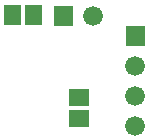
<source format=gbr>
G04 start of page 5 for group -4062 idx -4062 *
G04 Title: (unknown), soldermask *
G04 Creator: pcb 20091103 *
G04 CreationDate: Mon 21 Mar 2011 05:54:21 AM GMT UTC *
G04 For: gjhurlbu *
G04 Format: Gerber/RS-274X *
G04 PCB-Dimensions: 600000 500000 *
G04 PCB-Coordinate-Origin: lower left *
%MOIN*%
%FSLAX25Y25*%
%LNBACKMASK*%
%ADD12C,0.0200*%
%ADD19C,0.0660*%
%ADD22R,0.0572X0.0572*%
G54D12*G36*
X89200Y460800D02*Y454200D01*
X95800D01*
Y460800D01*
X89200D01*
G37*
G54D19*X102500Y457500D03*
G54D12*G36*
X113200Y454300D02*Y447700D01*
X119800D01*
Y454300D01*
X113200D01*
G37*
G54D19*X116500Y441000D03*
Y431000D03*
Y421000D03*
G54D22*X97214Y430500D02*X98000D01*
X97214Y423414D02*X98000D01*
X75414Y458286D02*Y457500D01*
X82500Y458286D02*Y457500D01*
M02*

</source>
